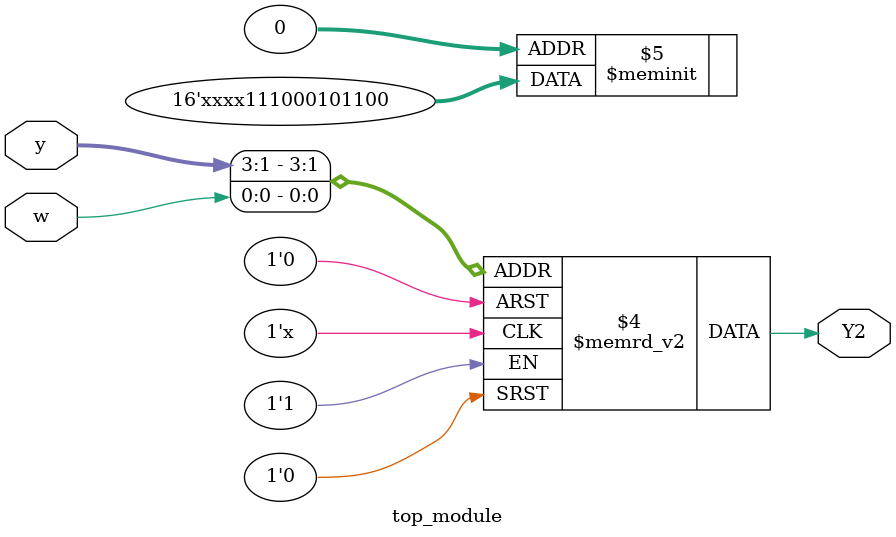
<source format=sv>
module top_module(
	input [3:1] y,
	input w,
	output reg Y2
  );

  // Always_comb block for immediate output update
  always_comb begin
    // Case statement for input combination
    case ({y, w})
      4'h0: Y2 = 1'b0;
      4'h1: Y2 = 1'b0;
      4'h2: Y2 = 1'b1;
      4'h3: Y2 = 1'b1;
      4'h4: Y2 = 1'b0;
      4'h5: Y2 = 1'b1;
      4'h6: Y2 = 1'b0;
      4'h7: Y2 = 1'b0;
      4'h8: Y2 = 1'b0;
      4'h9: Y2 = 1'b1;
      4'ha: Y2 = 1'b1;
      4'hb: Y2 = 1'b1;
    endcase
  end

endmodule

</source>
